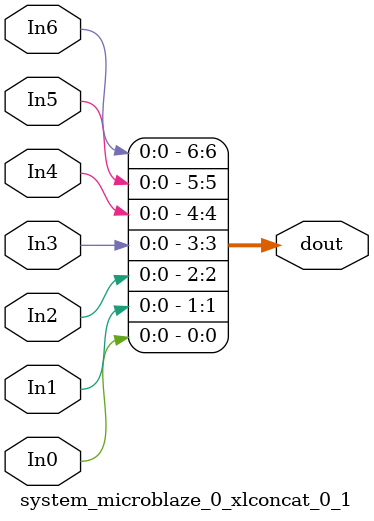
<source format=v>
module system_microblaze_0_xlconcat_0_1
   (In0,
    In1,
    In2,
    In3,
    In4,
    In5,
    In6,
    dout);
  input [0:0]In0;
  input [0:0]In1;
  input [0:0]In2;
  input [0:0]In3;
  input [0:0]In4;
  input [0:0]In5;
  input [0:0]In6;
  output [6:0]dout;
  wire [0:0]In0;
  wire [0:0]In1;
  wire [0:0]In2;
  wire [0:0]In3;
  wire [0:0]In4;
  wire [0:0]In5;
  wire [0:0]In6;
  assign dout[6] = In6;
  assign dout[5] = In5;
  assign dout[4] = In4;
  assign dout[3] = In3;
  assign dout[2] = In2;
  assign dout[1] = In1;
  assign dout[0] = In0;
endmodule
</source>
